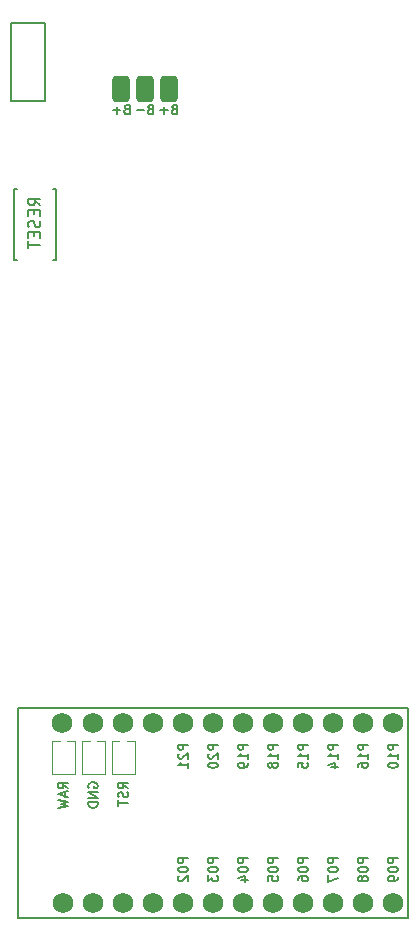
<source format=gbr>
%TF.GenerationSoftware,KiCad,Pcbnew,(6.0.4-0)*%
%TF.CreationDate,2022-06-15T11:08:27+02:00*%
%TF.ProjectId,battoota_min,62617474-6f6f-4746-915f-6d696e2e6b69,v1.0.0*%
%TF.SameCoordinates,Original*%
%TF.FileFunction,Legend,Bot*%
%TF.FilePolarity,Positive*%
%FSLAX46Y46*%
G04 Gerber Fmt 4.6, Leading zero omitted, Abs format (unit mm)*
G04 Created by KiCad (PCBNEW (6.0.4-0)) date 2022-06-15 11:08:27*
%MOMM*%
%LPD*%
G01*
G04 APERTURE LIST*
G04 Aperture macros list*
%AMRoundRect*
0 Rectangle with rounded corners*
0 $1 Rounding radius*
0 $2 $3 $4 $5 $6 $7 $8 $9 X,Y pos of 4 corners*
0 Add a 4 corners polygon primitive as box body*
4,1,4,$2,$3,$4,$5,$6,$7,$8,$9,$2,$3,0*
0 Add four circle primitives for the rounded corners*
1,1,$1+$1,$2,$3*
1,1,$1+$1,$4,$5*
1,1,$1+$1,$6,$7*
1,1,$1+$1,$8,$9*
0 Add four rect primitives between the rounded corners*
20,1,$1+$1,$2,$3,$4,$5,0*
20,1,$1+$1,$4,$5,$6,$7,0*
20,1,$1+$1,$6,$7,$8,$9,0*
20,1,$1+$1,$8,$9,$2,$3,0*%
G04 Aperture macros list end*
%ADD10C,0.150000*%
%ADD11C,0.120000*%
%ADD12RoundRect,0.375000X-0.375000X-0.750000X0.375000X-0.750000X0.375000X0.750000X-0.375000X0.750000X0*%
%ADD13C,1.752600*%
G04 APERTURE END LIST*
D10*
%TO.C,PAD1*%
X205473441Y-68066973D02*
X205359155Y-68105068D01*
X205321060Y-68143163D01*
X205282965Y-68219354D01*
X205282965Y-68333639D01*
X205321060Y-68409830D01*
X205359155Y-68447925D01*
X205435346Y-68486020D01*
X205740107Y-68486020D01*
X205740107Y-67686020D01*
X205473441Y-67686020D01*
X205397250Y-67724116D01*
X205359155Y-67762211D01*
X205321060Y-67838401D01*
X205321060Y-67914592D01*
X205359155Y-67990782D01*
X205397250Y-68028877D01*
X205473441Y-68066973D01*
X205740107Y-68066973D01*
X204940107Y-68181258D02*
X204330584Y-68181258D01*
X203473441Y-68066973D02*
X203359155Y-68105068D01*
X203321060Y-68143163D01*
X203282965Y-68219354D01*
X203282965Y-68333639D01*
X203321060Y-68409830D01*
X203359155Y-68447925D01*
X203435346Y-68486020D01*
X203740107Y-68486020D01*
X203740107Y-67686020D01*
X203473441Y-67686020D01*
X203397250Y-67724116D01*
X203359155Y-67762211D01*
X203321060Y-67838401D01*
X203321060Y-67914592D01*
X203359155Y-67990782D01*
X203397250Y-68028877D01*
X203473441Y-68066973D01*
X203740107Y-68066973D01*
X202940107Y-68181258D02*
X202330584Y-68181258D01*
X202635346Y-68486020D02*
X202635346Y-67876496D01*
X207473441Y-68066973D02*
X207359155Y-68105068D01*
X207321060Y-68143163D01*
X207282965Y-68219354D01*
X207282965Y-68333639D01*
X207321060Y-68409830D01*
X207359155Y-68447925D01*
X207435346Y-68486020D01*
X207740107Y-68486020D01*
X207740107Y-67686020D01*
X207473441Y-67686020D01*
X207397250Y-67724116D01*
X207359155Y-67762211D01*
X207321060Y-67838401D01*
X207321060Y-67914592D01*
X207359155Y-67990782D01*
X207397250Y-68028877D01*
X207473441Y-68066973D01*
X207740107Y-68066973D01*
X206940107Y-68181258D02*
X206330584Y-68181258D01*
X206635346Y-68486020D02*
X206635346Y-67876496D01*
%TO.C,B1*%
X196159380Y-76219619D02*
X195683190Y-75886285D01*
X196159380Y-75648190D02*
X195159380Y-75648190D01*
X195159380Y-76029142D01*
X195207000Y-76124380D01*
X195254619Y-76172000D01*
X195349857Y-76219619D01*
X195492714Y-76219619D01*
X195587952Y-76172000D01*
X195635571Y-76124380D01*
X195683190Y-76029142D01*
X195683190Y-75648190D01*
X195635571Y-76648190D02*
X195635571Y-76981523D01*
X196159380Y-77124380D02*
X196159380Y-76648190D01*
X195159380Y-76648190D01*
X195159380Y-77124380D01*
X196111761Y-77505333D02*
X196159380Y-77648190D01*
X196159380Y-77886285D01*
X196111761Y-77981523D01*
X196064142Y-78029142D01*
X195968904Y-78076761D01*
X195873666Y-78076761D01*
X195778428Y-78029142D01*
X195730809Y-77981523D01*
X195683190Y-77886285D01*
X195635571Y-77695809D01*
X195587952Y-77600571D01*
X195540333Y-77552952D01*
X195445095Y-77505333D01*
X195349857Y-77505333D01*
X195254619Y-77552952D01*
X195207000Y-77600571D01*
X195159380Y-77695809D01*
X195159380Y-77933904D01*
X195207000Y-78076761D01*
X195635571Y-78505333D02*
X195635571Y-78838666D01*
X196159380Y-78981523D02*
X196159380Y-78505333D01*
X195159380Y-78505333D01*
X195159380Y-78981523D01*
X195159380Y-79267238D02*
X195159380Y-79838666D01*
X196159380Y-79552952D02*
X195159380Y-79552952D01*
%TO.C,MCU1*%
X218801904Y-121863571D02*
X218001904Y-121863571D01*
X218001904Y-122168333D01*
X218040000Y-122244523D01*
X218078095Y-122282619D01*
X218154285Y-122320714D01*
X218268571Y-122320714D01*
X218344761Y-122282619D01*
X218382857Y-122244523D01*
X218420952Y-122168333D01*
X218420952Y-121863571D01*
X218801904Y-123082619D02*
X218801904Y-122625476D01*
X218801904Y-122854047D02*
X218001904Y-122854047D01*
X218116190Y-122777857D01*
X218192380Y-122701666D01*
X218230476Y-122625476D01*
X218001904Y-123806428D02*
X218001904Y-123425476D01*
X218382857Y-123387380D01*
X218344761Y-123425476D01*
X218306666Y-123501666D01*
X218306666Y-123692142D01*
X218344761Y-123768333D01*
X218382857Y-123806428D01*
X218459047Y-123844523D01*
X218649523Y-123844523D01*
X218725714Y-123806428D01*
X218763809Y-123768333D01*
X218801904Y-123692142D01*
X218801904Y-123501666D01*
X218763809Y-123425476D01*
X218725714Y-123387380D01*
X221341904Y-131463571D02*
X220541904Y-131463571D01*
X220541904Y-131768333D01*
X220580000Y-131844523D01*
X220618095Y-131882619D01*
X220694285Y-131920714D01*
X220808571Y-131920714D01*
X220884761Y-131882619D01*
X220922857Y-131844523D01*
X220960952Y-131768333D01*
X220960952Y-131463571D01*
X220541904Y-132415952D02*
X220541904Y-132492142D01*
X220580000Y-132568333D01*
X220618095Y-132606428D01*
X220694285Y-132644523D01*
X220846666Y-132682619D01*
X221037142Y-132682619D01*
X221189523Y-132644523D01*
X221265714Y-132606428D01*
X221303809Y-132568333D01*
X221341904Y-132492142D01*
X221341904Y-132415952D01*
X221303809Y-132339761D01*
X221265714Y-132301666D01*
X221189523Y-132263571D01*
X221037142Y-132225476D01*
X220846666Y-132225476D01*
X220694285Y-132263571D01*
X220618095Y-132301666D01*
X220580000Y-132339761D01*
X220541904Y-132415952D01*
X220541904Y-132949285D02*
X220541904Y-133482619D01*
X221341904Y-133139761D01*
X216261904Y-121863571D02*
X215461904Y-121863571D01*
X215461904Y-122168333D01*
X215500000Y-122244523D01*
X215538095Y-122282619D01*
X215614285Y-122320714D01*
X215728571Y-122320714D01*
X215804761Y-122282619D01*
X215842857Y-122244523D01*
X215880952Y-122168333D01*
X215880952Y-121863571D01*
X216261904Y-123082619D02*
X216261904Y-122625476D01*
X216261904Y-122854047D02*
X215461904Y-122854047D01*
X215576190Y-122777857D01*
X215652380Y-122701666D01*
X215690476Y-122625476D01*
X215804761Y-123539761D02*
X215766666Y-123463571D01*
X215728571Y-123425476D01*
X215652380Y-123387380D01*
X215614285Y-123387380D01*
X215538095Y-123425476D01*
X215500000Y-123463571D01*
X215461904Y-123539761D01*
X215461904Y-123692142D01*
X215500000Y-123768333D01*
X215538095Y-123806428D01*
X215614285Y-123844523D01*
X215652380Y-123844523D01*
X215728571Y-123806428D01*
X215766666Y-123768333D01*
X215804761Y-123692142D01*
X215804761Y-123539761D01*
X215842857Y-123463571D01*
X215880952Y-123425476D01*
X215957142Y-123387380D01*
X216109523Y-123387380D01*
X216185714Y-123425476D01*
X216223809Y-123463571D01*
X216261904Y-123539761D01*
X216261904Y-123692142D01*
X216223809Y-123768333D01*
X216185714Y-123806428D01*
X216109523Y-123844523D01*
X215957142Y-123844523D01*
X215880952Y-123806428D01*
X215842857Y-123768333D01*
X215804761Y-123692142D01*
X213721904Y-121863571D02*
X212921904Y-121863571D01*
X212921904Y-122168333D01*
X212960000Y-122244523D01*
X212998095Y-122282619D01*
X213074285Y-122320714D01*
X213188571Y-122320714D01*
X213264761Y-122282619D01*
X213302857Y-122244523D01*
X213340952Y-122168333D01*
X213340952Y-121863571D01*
X213721904Y-123082619D02*
X213721904Y-122625476D01*
X213721904Y-122854047D02*
X212921904Y-122854047D01*
X213036190Y-122777857D01*
X213112380Y-122701666D01*
X213150476Y-122625476D01*
X213721904Y-123463571D02*
X213721904Y-123615952D01*
X213683809Y-123692142D01*
X213645714Y-123730238D01*
X213531428Y-123806428D01*
X213379047Y-123844523D01*
X213074285Y-123844523D01*
X212998095Y-123806428D01*
X212960000Y-123768333D01*
X212921904Y-123692142D01*
X212921904Y-123539761D01*
X212960000Y-123463571D01*
X212998095Y-123425476D01*
X213074285Y-123387380D01*
X213264761Y-123387380D01*
X213340952Y-123425476D01*
X213379047Y-123463571D01*
X213417142Y-123539761D01*
X213417142Y-123692142D01*
X213379047Y-123768333D01*
X213340952Y-123806428D01*
X213264761Y-123844523D01*
X216261904Y-131463571D02*
X215461904Y-131463571D01*
X215461904Y-131768333D01*
X215500000Y-131844523D01*
X215538095Y-131882619D01*
X215614285Y-131920714D01*
X215728571Y-131920714D01*
X215804761Y-131882619D01*
X215842857Y-131844523D01*
X215880952Y-131768333D01*
X215880952Y-131463571D01*
X215461904Y-132415952D02*
X215461904Y-132492142D01*
X215500000Y-132568333D01*
X215538095Y-132606428D01*
X215614285Y-132644523D01*
X215766666Y-132682619D01*
X215957142Y-132682619D01*
X216109523Y-132644523D01*
X216185714Y-132606428D01*
X216223809Y-132568333D01*
X216261904Y-132492142D01*
X216261904Y-132415952D01*
X216223809Y-132339761D01*
X216185714Y-132301666D01*
X216109523Y-132263571D01*
X215957142Y-132225476D01*
X215766666Y-132225476D01*
X215614285Y-132263571D01*
X215538095Y-132301666D01*
X215500000Y-132339761D01*
X215461904Y-132415952D01*
X215461904Y-133406428D02*
X215461904Y-133025476D01*
X215842857Y-132987380D01*
X215804761Y-133025476D01*
X215766666Y-133101666D01*
X215766666Y-133292142D01*
X215804761Y-133368333D01*
X215842857Y-133406428D01*
X215919047Y-133444523D01*
X216109523Y-133444523D01*
X216185714Y-133406428D01*
X216223809Y-133368333D01*
X216261904Y-133292142D01*
X216261904Y-133101666D01*
X216223809Y-133025476D01*
X216185714Y-132987380D01*
X211181904Y-121863571D02*
X210381904Y-121863571D01*
X210381904Y-122168333D01*
X210420000Y-122244523D01*
X210458095Y-122282619D01*
X210534285Y-122320714D01*
X210648571Y-122320714D01*
X210724761Y-122282619D01*
X210762857Y-122244523D01*
X210800952Y-122168333D01*
X210800952Y-121863571D01*
X210458095Y-122625476D02*
X210420000Y-122663571D01*
X210381904Y-122739761D01*
X210381904Y-122930238D01*
X210420000Y-123006428D01*
X210458095Y-123044523D01*
X210534285Y-123082619D01*
X210610476Y-123082619D01*
X210724761Y-123044523D01*
X211181904Y-122587380D01*
X211181904Y-123082619D01*
X210381904Y-123577857D02*
X210381904Y-123654047D01*
X210420000Y-123730238D01*
X210458095Y-123768333D01*
X210534285Y-123806428D01*
X210686666Y-123844523D01*
X210877142Y-123844523D01*
X211029523Y-123806428D01*
X211105714Y-123768333D01*
X211143809Y-123730238D01*
X211181904Y-123654047D01*
X211181904Y-123577857D01*
X211143809Y-123501666D01*
X211105714Y-123463571D01*
X211029523Y-123425476D01*
X210877142Y-123387380D01*
X210686666Y-123387380D01*
X210534285Y-123425476D01*
X210458095Y-123463571D01*
X210420000Y-123501666D01*
X210381904Y-123577857D01*
X223881904Y-131463571D02*
X223081904Y-131463571D01*
X223081904Y-131768333D01*
X223120000Y-131844523D01*
X223158095Y-131882619D01*
X223234285Y-131920714D01*
X223348571Y-131920714D01*
X223424761Y-131882619D01*
X223462857Y-131844523D01*
X223500952Y-131768333D01*
X223500952Y-131463571D01*
X223081904Y-132415952D02*
X223081904Y-132492142D01*
X223120000Y-132568333D01*
X223158095Y-132606428D01*
X223234285Y-132644523D01*
X223386666Y-132682619D01*
X223577142Y-132682619D01*
X223729523Y-132644523D01*
X223805714Y-132606428D01*
X223843809Y-132568333D01*
X223881904Y-132492142D01*
X223881904Y-132415952D01*
X223843809Y-132339761D01*
X223805714Y-132301666D01*
X223729523Y-132263571D01*
X223577142Y-132225476D01*
X223386666Y-132225476D01*
X223234285Y-132263571D01*
X223158095Y-132301666D01*
X223120000Y-132339761D01*
X223081904Y-132415952D01*
X223424761Y-133139761D02*
X223386666Y-133063571D01*
X223348571Y-133025476D01*
X223272380Y-132987380D01*
X223234285Y-132987380D01*
X223158095Y-133025476D01*
X223120000Y-133063571D01*
X223081904Y-133139761D01*
X223081904Y-133292142D01*
X223120000Y-133368333D01*
X223158095Y-133406428D01*
X223234285Y-133444523D01*
X223272380Y-133444523D01*
X223348571Y-133406428D01*
X223386666Y-133368333D01*
X223424761Y-133292142D01*
X223424761Y-133139761D01*
X223462857Y-133063571D01*
X223500952Y-133025476D01*
X223577142Y-132987380D01*
X223729523Y-132987380D01*
X223805714Y-133025476D01*
X223843809Y-133063571D01*
X223881904Y-133139761D01*
X223881904Y-133292142D01*
X223843809Y-133368333D01*
X223805714Y-133406428D01*
X223729523Y-133444523D01*
X223577142Y-133444523D01*
X223500952Y-133406428D01*
X223462857Y-133368333D01*
X223424761Y-133292142D01*
X200260000Y-125526239D02*
X200221904Y-125450048D01*
X200221904Y-125335763D01*
X200260000Y-125221477D01*
X200336190Y-125145286D01*
X200412380Y-125107191D01*
X200564761Y-125069096D01*
X200679047Y-125069096D01*
X200831428Y-125107191D01*
X200907619Y-125145286D01*
X200983809Y-125221477D01*
X201021904Y-125335763D01*
X201021904Y-125411953D01*
X200983809Y-125526239D01*
X200945714Y-125564334D01*
X200679047Y-125564334D01*
X200679047Y-125411953D01*
X201021904Y-125907191D02*
X200221904Y-125907191D01*
X201021904Y-126364334D01*
X200221904Y-126364334D01*
X201021904Y-126745286D02*
X200221904Y-126745286D01*
X200221904Y-126935763D01*
X200260000Y-127050048D01*
X200336190Y-127126239D01*
X200412380Y-127164334D01*
X200564761Y-127202429D01*
X200679047Y-127202429D01*
X200831428Y-127164334D01*
X200907619Y-127126239D01*
X200983809Y-127050048D01*
X201021904Y-126935763D01*
X201021904Y-126745286D01*
X208641904Y-121863571D02*
X207841904Y-121863571D01*
X207841904Y-122168333D01*
X207880000Y-122244523D01*
X207918095Y-122282619D01*
X207994285Y-122320714D01*
X208108571Y-122320714D01*
X208184761Y-122282619D01*
X208222857Y-122244523D01*
X208260952Y-122168333D01*
X208260952Y-121863571D01*
X207918095Y-122625476D02*
X207880000Y-122663571D01*
X207841904Y-122739761D01*
X207841904Y-122930238D01*
X207880000Y-123006428D01*
X207918095Y-123044523D01*
X207994285Y-123082619D01*
X208070476Y-123082619D01*
X208184761Y-123044523D01*
X208641904Y-122587380D01*
X208641904Y-123082619D01*
X208641904Y-123844523D02*
X208641904Y-123387380D01*
X208641904Y-123615952D02*
X207841904Y-123615952D01*
X207956190Y-123539761D01*
X208032380Y-123463571D01*
X208070476Y-123387380D01*
X203561904Y-125583381D02*
X203180952Y-125316715D01*
X203561904Y-125126238D02*
X202761904Y-125126238D01*
X202761904Y-125431000D01*
X202800000Y-125507191D01*
X202838095Y-125545286D01*
X202914285Y-125583381D01*
X203028571Y-125583381D01*
X203104761Y-125545286D01*
X203142857Y-125507191D01*
X203180952Y-125431000D01*
X203180952Y-125126238D01*
X203523809Y-125888143D02*
X203561904Y-126002429D01*
X203561904Y-126192905D01*
X203523809Y-126269096D01*
X203485714Y-126307191D01*
X203409523Y-126345286D01*
X203333333Y-126345286D01*
X203257142Y-126307191D01*
X203219047Y-126269096D01*
X203180952Y-126192905D01*
X203142857Y-126040524D01*
X203104761Y-125964334D01*
X203066666Y-125926238D01*
X202990476Y-125888143D01*
X202914285Y-125888143D01*
X202838095Y-125926238D01*
X202800000Y-125964334D01*
X202761904Y-126040524D01*
X202761904Y-126231000D01*
X202800000Y-126345286D01*
X202761904Y-126573857D02*
X202761904Y-127031000D01*
X203561904Y-126802429D02*
X202761904Y-126802429D01*
X211181904Y-131463571D02*
X210381904Y-131463571D01*
X210381904Y-131768333D01*
X210420000Y-131844523D01*
X210458095Y-131882619D01*
X210534285Y-131920714D01*
X210648571Y-131920714D01*
X210724761Y-131882619D01*
X210762857Y-131844523D01*
X210800952Y-131768333D01*
X210800952Y-131463571D01*
X210381904Y-132415952D02*
X210381904Y-132492142D01*
X210420000Y-132568333D01*
X210458095Y-132606428D01*
X210534285Y-132644523D01*
X210686666Y-132682619D01*
X210877142Y-132682619D01*
X211029523Y-132644523D01*
X211105714Y-132606428D01*
X211143809Y-132568333D01*
X211181904Y-132492142D01*
X211181904Y-132415952D01*
X211143809Y-132339761D01*
X211105714Y-132301666D01*
X211029523Y-132263571D01*
X210877142Y-132225476D01*
X210686666Y-132225476D01*
X210534285Y-132263571D01*
X210458095Y-132301666D01*
X210420000Y-132339761D01*
X210381904Y-132415952D01*
X210381904Y-132949285D02*
X210381904Y-133444523D01*
X210686666Y-133177857D01*
X210686666Y-133292142D01*
X210724761Y-133368333D01*
X210762857Y-133406428D01*
X210839047Y-133444523D01*
X211029523Y-133444523D01*
X211105714Y-133406428D01*
X211143809Y-133368333D01*
X211181904Y-133292142D01*
X211181904Y-133063571D01*
X211143809Y-132987380D01*
X211105714Y-132949285D01*
X226421904Y-121863571D02*
X225621904Y-121863571D01*
X225621904Y-122168333D01*
X225660000Y-122244523D01*
X225698095Y-122282619D01*
X225774285Y-122320714D01*
X225888571Y-122320714D01*
X225964761Y-122282619D01*
X226002857Y-122244523D01*
X226040952Y-122168333D01*
X226040952Y-121863571D01*
X226421904Y-123082619D02*
X226421904Y-122625476D01*
X226421904Y-122854047D02*
X225621904Y-122854047D01*
X225736190Y-122777857D01*
X225812380Y-122701666D01*
X225850476Y-122625476D01*
X225621904Y-123577857D02*
X225621904Y-123654047D01*
X225660000Y-123730238D01*
X225698095Y-123768333D01*
X225774285Y-123806428D01*
X225926666Y-123844523D01*
X226117142Y-123844523D01*
X226269523Y-123806428D01*
X226345714Y-123768333D01*
X226383809Y-123730238D01*
X226421904Y-123654047D01*
X226421904Y-123577857D01*
X226383809Y-123501666D01*
X226345714Y-123463571D01*
X226269523Y-123425476D01*
X226117142Y-123387380D01*
X225926666Y-123387380D01*
X225774285Y-123425476D01*
X225698095Y-123463571D01*
X225660000Y-123501666D01*
X225621904Y-123577857D01*
X221341904Y-121863571D02*
X220541904Y-121863571D01*
X220541904Y-122168333D01*
X220580000Y-122244523D01*
X220618095Y-122282619D01*
X220694285Y-122320714D01*
X220808571Y-122320714D01*
X220884761Y-122282619D01*
X220922857Y-122244523D01*
X220960952Y-122168333D01*
X220960952Y-121863571D01*
X221341904Y-123082619D02*
X221341904Y-122625476D01*
X221341904Y-122854047D02*
X220541904Y-122854047D01*
X220656190Y-122777857D01*
X220732380Y-122701666D01*
X220770476Y-122625476D01*
X220808571Y-123768333D02*
X221341904Y-123768333D01*
X220503809Y-123577857D02*
X221075238Y-123387380D01*
X221075238Y-123882619D01*
X223881904Y-121863571D02*
X223081904Y-121863571D01*
X223081904Y-122168333D01*
X223120000Y-122244523D01*
X223158095Y-122282619D01*
X223234285Y-122320714D01*
X223348571Y-122320714D01*
X223424761Y-122282619D01*
X223462857Y-122244523D01*
X223500952Y-122168333D01*
X223500952Y-121863571D01*
X223881904Y-123082619D02*
X223881904Y-122625476D01*
X223881904Y-122854047D02*
X223081904Y-122854047D01*
X223196190Y-122777857D01*
X223272380Y-122701666D01*
X223310476Y-122625476D01*
X223081904Y-123768333D02*
X223081904Y-123615952D01*
X223120000Y-123539761D01*
X223158095Y-123501666D01*
X223272380Y-123425476D01*
X223424761Y-123387380D01*
X223729523Y-123387380D01*
X223805714Y-123425476D01*
X223843809Y-123463571D01*
X223881904Y-123539761D01*
X223881904Y-123692142D01*
X223843809Y-123768333D01*
X223805714Y-123806428D01*
X223729523Y-123844523D01*
X223539047Y-123844523D01*
X223462857Y-123806428D01*
X223424761Y-123768333D01*
X223386666Y-123692142D01*
X223386666Y-123539761D01*
X223424761Y-123463571D01*
X223462857Y-123425476D01*
X223539047Y-123387380D01*
X208641904Y-131463571D02*
X207841904Y-131463571D01*
X207841904Y-131768333D01*
X207880000Y-131844523D01*
X207918095Y-131882619D01*
X207994285Y-131920714D01*
X208108571Y-131920714D01*
X208184761Y-131882619D01*
X208222857Y-131844523D01*
X208260952Y-131768333D01*
X208260952Y-131463571D01*
X207841904Y-132415952D02*
X207841904Y-132492142D01*
X207880000Y-132568333D01*
X207918095Y-132606428D01*
X207994285Y-132644523D01*
X208146666Y-132682619D01*
X208337142Y-132682619D01*
X208489523Y-132644523D01*
X208565714Y-132606428D01*
X208603809Y-132568333D01*
X208641904Y-132492142D01*
X208641904Y-132415952D01*
X208603809Y-132339761D01*
X208565714Y-132301666D01*
X208489523Y-132263571D01*
X208337142Y-132225476D01*
X208146666Y-132225476D01*
X207994285Y-132263571D01*
X207918095Y-132301666D01*
X207880000Y-132339761D01*
X207841904Y-132415952D01*
X207918095Y-132987380D02*
X207880000Y-133025476D01*
X207841904Y-133101666D01*
X207841904Y-133292142D01*
X207880000Y-133368333D01*
X207918095Y-133406428D01*
X207994285Y-133444523D01*
X208070476Y-133444523D01*
X208184761Y-133406428D01*
X208641904Y-132949285D01*
X208641904Y-133444523D01*
X226421904Y-131463571D02*
X225621904Y-131463571D01*
X225621904Y-131768333D01*
X225660000Y-131844523D01*
X225698095Y-131882619D01*
X225774285Y-131920714D01*
X225888571Y-131920714D01*
X225964761Y-131882619D01*
X226002857Y-131844523D01*
X226040952Y-131768333D01*
X226040952Y-131463571D01*
X225621904Y-132415952D02*
X225621904Y-132492142D01*
X225660000Y-132568333D01*
X225698095Y-132606428D01*
X225774285Y-132644523D01*
X225926666Y-132682619D01*
X226117142Y-132682619D01*
X226269523Y-132644523D01*
X226345714Y-132606428D01*
X226383809Y-132568333D01*
X226421904Y-132492142D01*
X226421904Y-132415952D01*
X226383809Y-132339761D01*
X226345714Y-132301666D01*
X226269523Y-132263571D01*
X226117142Y-132225476D01*
X225926666Y-132225476D01*
X225774285Y-132263571D01*
X225698095Y-132301666D01*
X225660000Y-132339761D01*
X225621904Y-132415952D01*
X226421904Y-133063571D02*
X226421904Y-133215952D01*
X226383809Y-133292142D01*
X226345714Y-133330238D01*
X226231428Y-133406428D01*
X226079047Y-133444523D01*
X225774285Y-133444523D01*
X225698095Y-133406428D01*
X225660000Y-133368333D01*
X225621904Y-133292142D01*
X225621904Y-133139761D01*
X225660000Y-133063571D01*
X225698095Y-133025476D01*
X225774285Y-132987380D01*
X225964761Y-132987380D01*
X226040952Y-133025476D01*
X226079047Y-133063571D01*
X226117142Y-133139761D01*
X226117142Y-133292142D01*
X226079047Y-133368333D01*
X226040952Y-133406428D01*
X225964761Y-133444523D01*
X213721904Y-131463571D02*
X212921904Y-131463571D01*
X212921904Y-131768333D01*
X212960000Y-131844523D01*
X212998095Y-131882619D01*
X213074285Y-131920714D01*
X213188571Y-131920714D01*
X213264761Y-131882619D01*
X213302857Y-131844523D01*
X213340952Y-131768333D01*
X213340952Y-131463571D01*
X212921904Y-132415952D02*
X212921904Y-132492142D01*
X212960000Y-132568333D01*
X212998095Y-132606428D01*
X213074285Y-132644523D01*
X213226666Y-132682619D01*
X213417142Y-132682619D01*
X213569523Y-132644523D01*
X213645714Y-132606428D01*
X213683809Y-132568333D01*
X213721904Y-132492142D01*
X213721904Y-132415952D01*
X213683809Y-132339761D01*
X213645714Y-132301666D01*
X213569523Y-132263571D01*
X213417142Y-132225476D01*
X213226666Y-132225476D01*
X213074285Y-132263571D01*
X212998095Y-132301666D01*
X212960000Y-132339761D01*
X212921904Y-132415952D01*
X213188571Y-133368333D02*
X213721904Y-133368333D01*
X212883809Y-133177857D02*
X213455238Y-132987380D01*
X213455238Y-133482619D01*
X198481904Y-125583382D02*
X198100952Y-125316715D01*
X198481904Y-125126239D02*
X197681904Y-125126239D01*
X197681904Y-125431001D01*
X197720000Y-125507191D01*
X197758095Y-125545286D01*
X197834285Y-125583382D01*
X197948571Y-125583382D01*
X198024761Y-125545286D01*
X198062857Y-125507191D01*
X198100952Y-125431001D01*
X198100952Y-125126239D01*
X198253333Y-125888143D02*
X198253333Y-126269096D01*
X198481904Y-125811953D02*
X197681904Y-126078620D01*
X198481904Y-126345286D01*
X197681904Y-126535763D02*
X198481904Y-126726239D01*
X197910476Y-126878620D01*
X198481904Y-127031001D01*
X197681904Y-127221477D01*
X218801904Y-131463571D02*
X218001904Y-131463571D01*
X218001904Y-131768333D01*
X218040000Y-131844523D01*
X218078095Y-131882619D01*
X218154285Y-131920714D01*
X218268571Y-131920714D01*
X218344761Y-131882619D01*
X218382857Y-131844523D01*
X218420952Y-131768333D01*
X218420952Y-131463571D01*
X218001904Y-132415952D02*
X218001904Y-132492142D01*
X218040000Y-132568333D01*
X218078095Y-132606428D01*
X218154285Y-132644523D01*
X218306666Y-132682619D01*
X218497142Y-132682619D01*
X218649523Y-132644523D01*
X218725714Y-132606428D01*
X218763809Y-132568333D01*
X218801904Y-132492142D01*
X218801904Y-132415952D01*
X218763809Y-132339761D01*
X218725714Y-132301666D01*
X218649523Y-132263571D01*
X218497142Y-132225476D01*
X218306666Y-132225476D01*
X218154285Y-132263571D01*
X218078095Y-132301666D01*
X218040000Y-132339761D01*
X218001904Y-132415952D01*
X218001904Y-133368333D02*
X218001904Y-133215952D01*
X218040000Y-133139761D01*
X218078095Y-133101666D01*
X218192380Y-133025476D01*
X218344761Y-132987380D01*
X218649523Y-132987380D01*
X218725714Y-133025476D01*
X218763809Y-133063571D01*
X218801904Y-133139761D01*
X218801904Y-133292142D01*
X218763809Y-133368333D01*
X218725714Y-133406428D01*
X218649523Y-133444523D01*
X218459047Y-133444523D01*
X218382857Y-133406428D01*
X218344761Y-133368333D01*
X218306666Y-133292142D01*
X218306666Y-133139761D01*
X218344761Y-133063571D01*
X218382857Y-133025476D01*
X218459047Y-132987380D01*
%TO.C,T2*%
X193671762Y-62115501D02*
X193671762Y-66015501D01*
X196521762Y-60765501D02*
X193671762Y-60765501D01*
X193671762Y-67365501D02*
X196521762Y-67365501D01*
X196521762Y-67365501D02*
X196521762Y-60765501D01*
X193671762Y-64065501D02*
X193671762Y-67365501D01*
X193671762Y-64065501D02*
X193671762Y-60765501D01*
%TO.C,B1*%
X197457000Y-80799000D02*
X197207000Y-80799000D01*
X197457000Y-74799000D02*
X197457000Y-80799000D01*
X193957000Y-74799000D02*
X194207000Y-74799000D01*
X194207000Y-80799000D02*
X193957000Y-80799000D01*
X193957000Y-80799000D02*
X193957000Y-74799000D01*
X197207000Y-74799000D02*
X197457000Y-74799000D01*
D11*
%TO.C,MCU1*%
X202200000Y-121596477D02*
X202200000Y-124396477D01*
D10*
X194310000Y-118745000D02*
X227330000Y-118745000D01*
D11*
X199660000Y-121596477D02*
X199660000Y-124396477D01*
X199120000Y-121596477D02*
X198440000Y-121596477D01*
X201660000Y-121596477D02*
X200990000Y-121596477D01*
X197120000Y-121596477D02*
X197120000Y-124396477D01*
X204200000Y-121596477D02*
X203515000Y-121596477D01*
D10*
X227330000Y-136525000D02*
X194310000Y-136525000D01*
D11*
X197790000Y-121596477D02*
X197120000Y-121596477D01*
X202865000Y-121596477D02*
X202200000Y-121596477D01*
X199120000Y-124396477D02*
X199120000Y-121596477D01*
X199660000Y-124396477D02*
X201660000Y-124396477D01*
X200340000Y-121596477D02*
X199660000Y-121596477D01*
X204200000Y-124396477D02*
X204200000Y-121596477D01*
D10*
X227330000Y-118745000D02*
X227330000Y-136525000D01*
D11*
X202200000Y-124396477D02*
X204200000Y-124396477D01*
X201660000Y-124396477D02*
X201660000Y-121596477D01*
D10*
X194310000Y-136525000D02*
X194310000Y-118745000D01*
D11*
X197120000Y-124396477D02*
X199120000Y-124396477D01*
%TD*%
D12*
%TO.C,PAD1*%
X203035346Y-66324116D03*
X205035346Y-66324116D03*
X207035346Y-66324116D03*
%TD*%
D13*
%TO.C,MCU1*%
X203200000Y-120015000D03*
X198036254Y-120015000D03*
X200660000Y-120015000D03*
X203200000Y-135255000D03*
X200660000Y-135255000D03*
X198120000Y-135255000D03*
X205740000Y-120015000D03*
X208280000Y-120015000D03*
X210820000Y-120015000D03*
X213360000Y-120015000D03*
X215900000Y-120015000D03*
X218440000Y-120015000D03*
X220980000Y-120015000D03*
X223520000Y-120015000D03*
X226060000Y-120015000D03*
X205740000Y-135255000D03*
X208280000Y-135255000D03*
X210820000Y-135255000D03*
X213360000Y-135255000D03*
X215900000Y-135255000D03*
X218440000Y-135255000D03*
X220980000Y-135255000D03*
X223520000Y-135255000D03*
X226060000Y-135255000D03*
%TD*%
M02*

</source>
